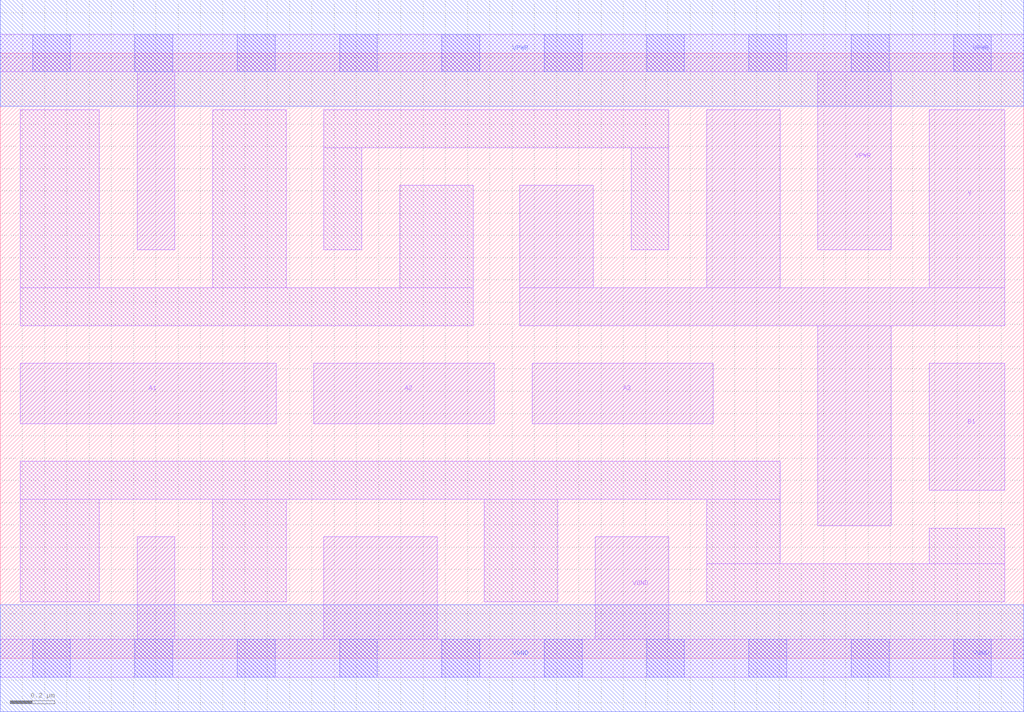
<source format=lef>
# Copyright 2020 The SkyWater PDK Authors
#
# Licensed under the Apache License, Version 2.0 (the "License");
# you may not use this file except in compliance with the License.
# You may obtain a copy of the License at
#
#     https://www.apache.org/licenses/LICENSE-2.0
#
# Unless required by applicable law or agreed to in writing, software
# distributed under the License is distributed on an "AS IS" BASIS,
# WITHOUT WARRANTIES OR CONDITIONS OF ANY KIND, either express or implied.
# See the License for the specific language governing permissions and
# limitations under the License.
#
# SPDX-License-Identifier: Apache-2.0

VERSION 5.7 ;
  NAMESCASESENSITIVE ON ;
  NOWIREEXTENSIONATPIN ON ;
  DIVIDERCHAR "/" ;
  BUSBITCHARS "[]" ;
UNITS
  DATABASE MICRONS 200 ;
END UNITS
MACRO sky130_fd_sc_hd__o31ai_2
  CLASS CORE ;
  SOURCE USER ;
  FOREIGN sky130_fd_sc_hd__o31ai_2 ;
  ORIGIN  0.000000  0.000000 ;
  SIZE  4.600000 BY  2.720000 ;
  SYMMETRY X Y R90 ;
  SITE unithd ;
  PIN A1
    ANTENNAGATEAREA  0.495000 ;
    DIRECTION INPUT ;
    USE SIGNAL ;
    PORT
      LAYER li1 ;
        RECT 0.090000 1.055000 1.240000 1.325000 ;
    END
  END A1
  PIN A2
    ANTENNAGATEAREA  0.495000 ;
    DIRECTION INPUT ;
    USE SIGNAL ;
    PORT
      LAYER li1 ;
        RECT 1.410000 1.055000 2.220000 1.325000 ;
    END
  END A2
  PIN A3
    ANTENNAGATEAREA  0.495000 ;
    DIRECTION INPUT ;
    USE SIGNAL ;
    PORT
      LAYER li1 ;
        RECT 2.390000 1.055000 3.205000 1.325000 ;
    END
  END A3
  PIN B1
    ANTENNAGATEAREA  0.495000 ;
    DIRECTION INPUT ;
    USE SIGNAL ;
    PORT
      LAYER li1 ;
        RECT 4.175000 0.755000 4.515000 1.325000 ;
    END
  END B1
  PIN Y
    ANTENNADIFFAREA  1.063500 ;
    DIRECTION OUTPUT ;
    USE SIGNAL ;
    PORT
      LAYER li1 ;
        RECT 2.335000 1.495000 4.515000 1.665000 ;
        RECT 2.335000 1.665000 2.665000 2.125000 ;
        RECT 3.175000 1.665000 3.505000 2.465000 ;
        RECT 3.675000 0.595000 4.005000 1.495000 ;
        RECT 4.175000 1.665000 4.515000 2.465000 ;
    END
  END Y
  PIN VGND
    DIRECTION INOUT ;
    SHAPE ABUTMENT ;
    USE GROUND ;
    PORT
      LAYER li1 ;
        RECT 0.000000 -0.085000 4.600000 0.085000 ;
        RECT 0.615000  0.085000 0.785000 0.545000 ;
        RECT 1.455000  0.085000 1.965000 0.545000 ;
        RECT 2.675000  0.085000 3.005000 0.545000 ;
      LAYER mcon ;
        RECT 0.145000 -0.085000 0.315000 0.085000 ;
        RECT 0.605000 -0.085000 0.775000 0.085000 ;
        RECT 1.065000 -0.085000 1.235000 0.085000 ;
        RECT 1.525000 -0.085000 1.695000 0.085000 ;
        RECT 1.985000 -0.085000 2.155000 0.085000 ;
        RECT 2.445000 -0.085000 2.615000 0.085000 ;
        RECT 2.905000 -0.085000 3.075000 0.085000 ;
        RECT 3.365000 -0.085000 3.535000 0.085000 ;
        RECT 3.825000 -0.085000 3.995000 0.085000 ;
        RECT 4.285000 -0.085000 4.455000 0.085000 ;
      LAYER met1 ;
        RECT 0.000000 -0.240000 4.600000 0.240000 ;
    END
  END VGND
  PIN VPWR
    DIRECTION INOUT ;
    SHAPE ABUTMENT ;
    USE POWER ;
    PORT
      LAYER li1 ;
        RECT 0.000000 2.635000 4.600000 2.805000 ;
        RECT 0.615000 1.835000 0.785000 2.635000 ;
        RECT 3.675000 1.835000 4.005000 2.635000 ;
      LAYER mcon ;
        RECT 0.145000 2.635000 0.315000 2.805000 ;
        RECT 0.605000 2.635000 0.775000 2.805000 ;
        RECT 1.065000 2.635000 1.235000 2.805000 ;
        RECT 1.525000 2.635000 1.695000 2.805000 ;
        RECT 1.985000 2.635000 2.155000 2.805000 ;
        RECT 2.445000 2.635000 2.615000 2.805000 ;
        RECT 2.905000 2.635000 3.075000 2.805000 ;
        RECT 3.365000 2.635000 3.535000 2.805000 ;
        RECT 3.825000 2.635000 3.995000 2.805000 ;
        RECT 4.285000 2.635000 4.455000 2.805000 ;
      LAYER met1 ;
        RECT 0.000000 2.480000 4.600000 2.960000 ;
    END
  END VPWR
  OBS
    LAYER li1 ;
      RECT 0.090000 0.255000 0.445000 0.715000 ;
      RECT 0.090000 0.715000 3.505000 0.885000 ;
      RECT 0.090000 1.495000 2.125000 1.665000 ;
      RECT 0.090000 1.665000 0.445000 2.465000 ;
      RECT 0.955000 0.255000 1.285000 0.715000 ;
      RECT 0.955000 1.665000 1.285000 2.465000 ;
      RECT 1.455000 1.835000 1.625000 2.295000 ;
      RECT 1.455000 2.295000 3.005000 2.465000 ;
      RECT 1.795000 1.665000 2.125000 2.125000 ;
      RECT 2.175000 0.255000 2.505000 0.715000 ;
      RECT 2.835000 1.835000 3.005000 2.295000 ;
      RECT 3.175000 0.255000 4.515000 0.425000 ;
      RECT 3.175000 0.425000 3.505000 0.715000 ;
      RECT 4.175000 0.425000 4.515000 0.585000 ;
  END
END sky130_fd_sc_hd__o31ai_2
END LIBRARY

</source>
